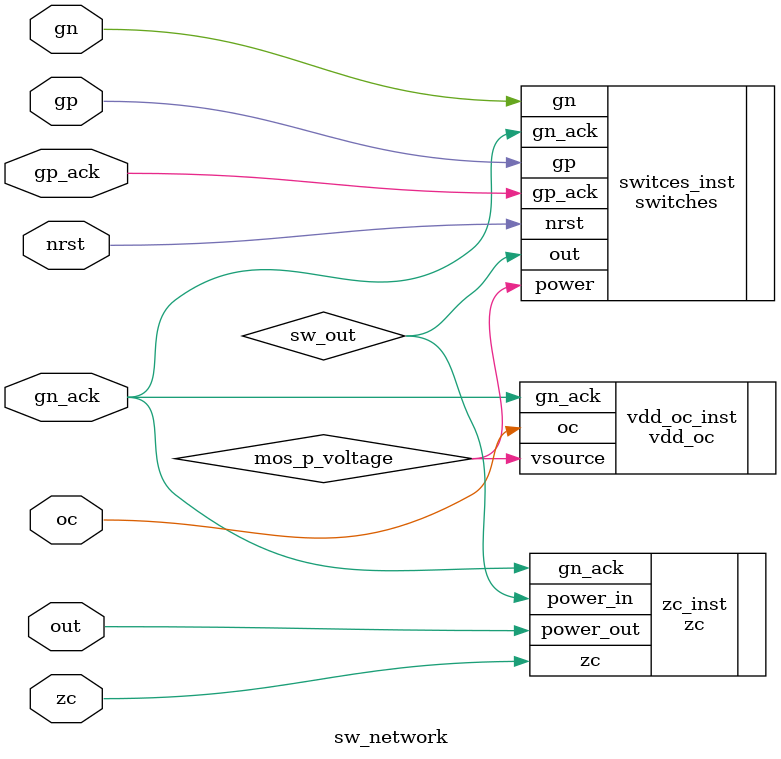
<source format=v>
/*
Switch network of buck converter.
Connects switches, power supply with current sensing and zero crossing sensor.

Authors: Vladimir Dubikhin.
*/

/*
Inputs:
gp - P-type mosfet control.
gn - N-type mosfte control.
Ouputs:
gp_ack - P-type mosfet acknowledgment signal.
gn_ack - N-type mosfet acknowledgment signal.
oc - overcurrent signal.
zc - zero crossing signal.
out - output of switch network.
*/
module sw_network (gp, gn, gp_ack, gn_ack, oc, zc, out, nrst);
    inout gp, gn;
    inout gp_ack, gn_ack, oc, zc, out;
    input nrst;
    
    vdd_oc vdd_oc_inst(.vsource(mos_p_voltage), .oc(oc), .gn_ack(gn_ack));
    switches switces_inst (.power(mos_p_voltage), .gp(gp), .gn(gn), .gp_ack(gp_ack), .gn_ack(gn_ack), 
                            .out(sw_out), .nrst(nrst));
    zc zc_inst(.power_in(sw_out), .power_out(out), .zc(zc), .gn_ack(gn_ack)); 

endmodule

</source>
